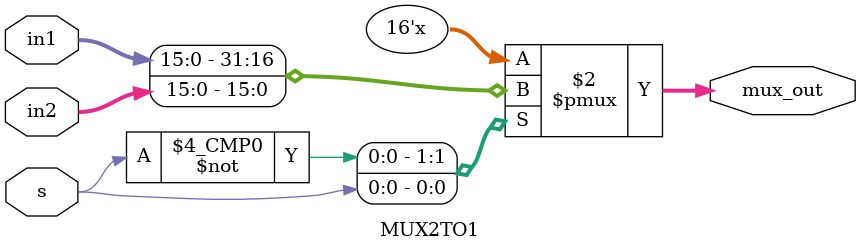
<source format=sv>
module MUX2TO1
 #(parameter width=16)
  (input  logic [width-1:0] in1,in2,
   input  logic s,
   output logic [width-1:0] mux_out);
  
	always_comb
		case(s)
			1'b0: mux_out=in1;
			1'b1: mux_out=in2;
			default: mux_out=in1;
		endcase
endmodule
</source>
